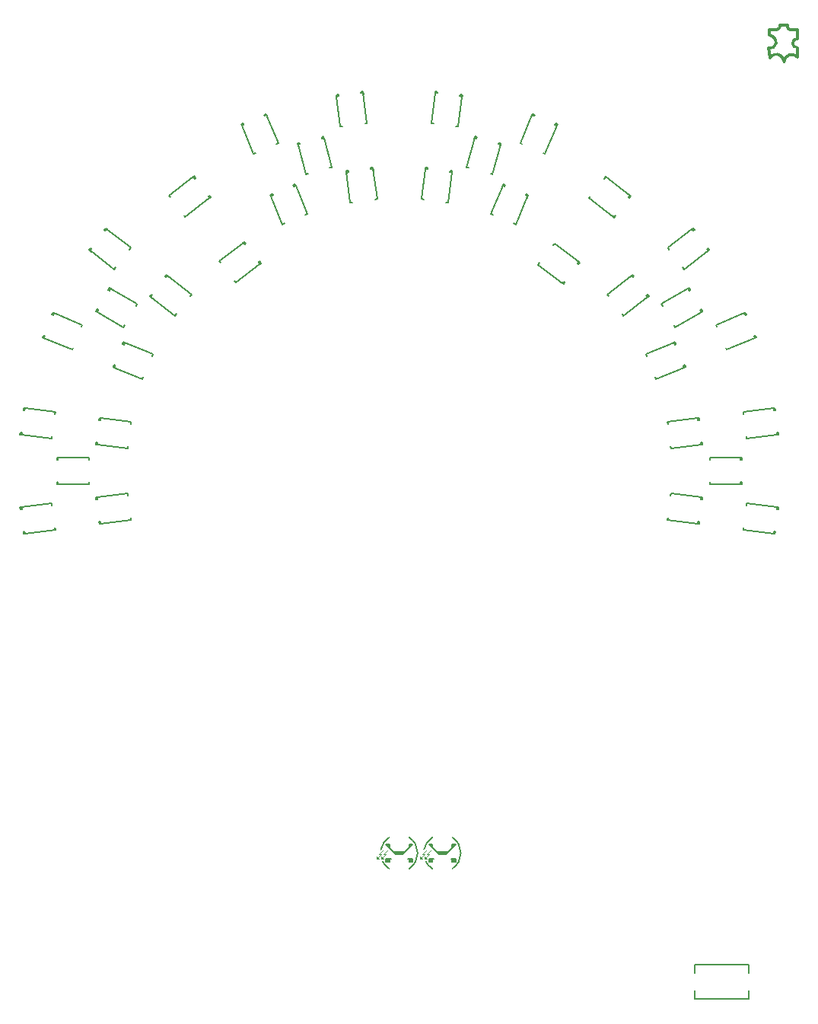
<source format=gbr>
*
*
G04 PADS VX.2.4 Build Number: 11695987 generated Gerber (RS-274-X) file*
G04 PC Version=2.1*
*
%IN "Hdd_Clock.pcb"*%
*
%MOIN*%
*
%FSLAX35Y35*%
*
*
*
*
G04 PC Standard Apertures*
*
*
G04 Thermal Relief Aperture macro.*
%AMTER*
1,1,$1,0,0*
1,0,$1-$2,0,0*
21,0,$3,$4,0,0,45*
21,0,$3,$4,0,0,135*
%
*
*
G04 Annular Aperture macro.*
%AMANN*
1,1,$1,0,0*
1,0,$2,0,0*
%
*
*
G04 Odd Aperture macro.*
%AMODD*
1,1,$1,0,0*
1,0,$1-0.005,0,0*
%
*
*
G04 PC Custom Aperture Macros*
*
*
*
*
*
*
G04 PC Aperture Table*
*
%ADD010C,0.001*%
%ADD021C,0.00591*%
%ADD025C,0.00787*%
%ADD028C,0.01181*%
%ADD092C,0.008*%
%ADD093C,0.004*%
*
*
*
*
G04 PC Circuitry*
G04 Layer Name Hdd_Clock.pcb - circuitry*
%LPD*%
*
*
G04 PC Custom Flashes*
G04 Layer Name Hdd_Clock.pcb - flashes*
%LPD*%
*
*
G04 PC Circuitry*
G04 Layer Name Hdd_Clock.pcb - circuitry*
%LPD*%
*
G54D10*
G54D21*
G01X616931Y177828D02*
G75*
G03Y191463I-4343J6818D01*
G01X605317Y180901D02*
G03X608297Y177772I6671J3370D01*
G01X608270Y191537D02*
G03X604528Y186222I3974J-6773D01*
G01X598034Y177828D02*
G03Y191463I-4344J6818D01*
G01X586420Y180901D02*
G03X589399Y177772I6670J3370D01*
G01X589373Y191537D02*
G03X585630Y186222I3973J-6773D01*
G01X428990Y336240D02*
X427624Y336061D01*
X427753Y335085*
X428338Y335162*
X428210Y336138*
X441481Y337885*
X441609Y336909*
X430532Y324530D02*
X429166Y324351D01*
X429037Y325326*
X429623Y325404*
X429751Y324428*
X443023Y326175*
X442894Y327151*
X492661Y436943D02*
X491567Y437782D01*
X490968Y437001*
X491437Y436642*
X492036Y437422*
X502656Y429274*
X502056Y428493*
X485471Y427573D02*
X484377Y428412D01*
X484977Y429192*
X485445Y428833*
X484846Y428052*
X495466Y419903*
X496065Y420684*
X548685Y476079D02*
X548157Y477352D01*
X547248Y476975*
X547474Y476430*
X548383Y476806*
X553506Y464439*
X552597Y464063*
X537773Y471559D02*
X537245Y472832D01*
X538155Y473209*
X538381Y472663*
X537471Y472286*
X542594Y459919*
X543503Y460296*
X582341Y483501D02*
X582161Y484867D01*
X581185Y484738*
X581262Y484153*
X582238Y484281*
X583985Y471010*
X583009Y470882*
X570631Y481959D02*
X570451Y483325D01*
X571427Y483454*
X571504Y482868*
X570528Y482740*
X572275Y469468*
X573251Y469597*
X535878Y506996D02*
X535351Y508269D01*
X534442Y507892*
X534668Y507347*
X535577Y507723*
X540700Y495357*
X540700D02*
X539790Y494980D01*
X524966Y502476D02*
X524439Y503749D01*
X525348Y504126*
X525574Y503580*
X524665Y503204*
X529788Y490837*
X530697Y491213*
X577973Y516679D02*
X577793Y518045D01*
X576817Y517917*
X576894Y517331*
X577870Y517460*
X579617Y504188*
X578641Y504060*
X566263Y515137D02*
X566083Y516504D01*
X567059Y516632*
X567136Y516047*
X566160Y515918*
X567907Y502647*
X568883Y502775*
X560939Y497055D02*
X560582Y498386D01*
X559632Y498131*
X559632D02*
X559784Y497561D01*
X560735Y497815*
X564200Y484886*
X563249Y484631*
X549530Y493998D02*
X549174Y495329D01*
X550124Y495584*
X550277Y495013*
X549326Y494758*
X552791Y481829*
X553742Y482084*
X616771Y481959D02*
X616951Y483325D01*
X615975Y483454*
X615898Y482868*
X616874Y482740*
X615126Y469468*
X614151Y469597*
X605061Y483501D02*
X605241Y484867D01*
X606217Y484738*
X606139Y484153*
X605164Y484281*
X603416Y471010*
X604392Y470882*
X649629Y471559D02*
X650156Y472832D01*
X649247Y473209*
X649021Y472663*
X649930Y472286*
X644808Y459919*
X643898Y460296*
X638717Y476079D02*
X639244Y477352D01*
X640153Y476975*
X639927Y476430*
X639018Y476806*
X633896Y464439*
X634805Y464063*
X621139Y515137D02*
X621319Y516504D01*
X620343Y516632*
X620266Y516047*
X621242Y515918*
X619494Y502647*
X618519Y502775*
X609429Y516679D02*
X609609Y518045D01*
X610585Y517917*
X610507Y517331*
X609532Y517460*
X607784Y504188*
X608760Y504060*
X662435Y502476D02*
X662962Y503749D01*
X662053Y504126*
X661827Y503580*
X662736Y503204*
X657614Y490837*
X656705Y491213*
X651523Y506996D02*
X652050Y508269D01*
X652960Y507892*
X652734Y507347*
X651824Y507723*
X646702Y495357*
X646702D02*
X647611Y494980D01*
X430532Y379407D02*
X429166Y379586D01*
X429037Y378611*
X429623Y378534*
X429751Y379509*
X443023Y377762*
X442894Y376786*
X428990Y367697D02*
X427624Y367876D01*
X427753Y368852*
X428338Y368775*
X428210Y367799*
X441481Y366052*
X441609Y367028*
X637871Y493998D02*
X638228Y495329D01*
X637277Y495584*
X637124Y495013*
X638075Y494758*
X634611Y481829*
X633660Y482084*
X626463Y497055D02*
X626819Y498386D01*
X627770Y498131*
X627617Y497561*
X626667Y497815*
X623202Y484886*
X624153Y484631*
X701931Y427573D02*
X703024Y428412D01*
X702425Y429192*
X701957Y428833*
X702556Y428052*
X691936Y419903*
X691337Y420684*
X694741Y436943D02*
X695834Y437782D01*
X696433Y437001*
X695965Y436642*
X695366Y437422*
X684746Y429274*
X685345Y428493*
X717811Y396985D02*
X719084Y397512D01*
X718707Y398421*
X718162Y398195*
X718538Y397286*
X706172Y392163*
X705795Y393073*
X713291Y407897D02*
X714564Y408424D01*
X714941Y407515*
X714941D02*
X714395Y407289D01*
X714019Y408198*
X701652Y403075*
X702028Y402166*
X725364Y421165D02*
X726557Y421854D01*
X726065Y422707*
X725554Y422411*
X726046Y421559*
X714453Y414866*
X713961Y415718*
X719458Y431394D02*
X720652Y432083D01*
X721144Y431230*
X720633Y430935*
X720140Y431788*
X708548Y425095*
X709040Y424242*
X728480Y447945D02*
X729573Y448784D01*
X728974Y449564*
X728506Y449205*
X729105Y448424*
X718485Y440275*
X717886Y441056*
X721290Y457315D02*
X722383Y458154D01*
X722983Y457373*
X722514Y457013*
X721915Y457794*
X711295Y449646*
X711894Y448865*
X748728Y409791D02*
X750001Y410318D01*
X749625Y411228*
X749079Y411002*
X749456Y410092*
X737089Y404970*
X736712Y405879*
X744208Y420703D02*
X745481Y421230D01*
X745858Y420321*
X745312Y420095*
X744936Y421004*
X732569Y415882*
X732946Y414972*
X725233Y363329D02*
X726599Y363508D01*
X726471Y364484*
X725885Y364407*
X726014Y363431*
X712742Y361684*
X712614Y362660*
X723691Y375039D02*
X725058Y375218D01*
X725186Y374243*
X724601Y374166*
X724472Y375141*
X711201Y373394*
X711329Y372418*
X723691Y328898D02*
X725058Y328719D01*
X725186Y329694*
X724601Y329771*
X724472Y328796*
X711201Y330543*
X711329Y331519*
X725233Y340608D02*
X726599Y340429D01*
X726471Y339453*
X725885Y339530*
X726014Y340506*
X712742Y342253*
X712614Y341277*
X742323Y346063D02*
X743701D01*
Y347047*
X743110*
Y346063*
X729724*
Y347047*
X742323Y357874D02*
X743701D01*
Y356890*
X743110*
Y357874*
X729724*
Y356890*
X758411Y367697D02*
X759777Y367876D01*
X759649Y368852*
X759064Y368775*
X759192Y367799*
X745921Y366052*
X745792Y367028*
X756870Y379407D02*
X758236Y379586D01*
X758364Y378611*
X757779Y378534*
X757650Y379509*
X744379Y377762*
X744508Y376786*
X462169Y340608D02*
X460802Y340429D01*
X460931Y339453*
X461516Y339530*
X461388Y340506*
X474659Y342253*
X474788Y341277*
X463710Y328898D02*
X462344Y328719D01*
X462216Y329694*
X462801Y329772*
X462930Y328796*
X476201Y330543*
X476072Y331519*
X756870Y324530D02*
X758236Y324351D01*
X758364Y325326*
X757779Y325404*
X757650Y324428*
X744379Y326175*
X744508Y327151*
X758411Y336240D02*
X759777Y336061D01*
X759649Y335085*
X759064Y335162*
X759192Y336138*
X745921Y337885*
X745792Y336909*
X531997Y442083D02*
X533091Y442922D01*
X532491Y443702*
X532023Y443343*
X532622Y442562*
X522002Y434413*
X521403Y435194*
X524807Y451453D02*
X525901Y452292D01*
X525901D02*
X526500Y451511D01*
X526031Y451152*
X525432Y451932*
X514812Y443784*
X515411Y443003*
X509948Y470818D02*
X511041Y471657D01*
X510442Y472438*
X509973Y472079*
X510572Y471298*
X499953Y463149*
X499354Y463930*
X502758Y480189D02*
X503851Y481028D01*
X504450Y480247*
X503982Y479887*
X503382Y480668*
X492763Y472519*
X493362Y471738*
X664535Y434580D02*
X665628Y433742D01*
X666227Y434522*
X665759Y434882*
X665160Y434101*
X654540Y442250*
X655139Y443031*
X671725Y443951D02*
X672818Y443112D01*
X672219Y442331*
X671750Y442690*
X672350Y443471*
X661730Y451620*
X661131Y450839*
X686824Y463628D02*
X687917Y462789D01*
X688516Y463570*
X688048Y463930*
X687449Y463149*
X676829Y471298*
X677428Y472079*
X694014Y472999D02*
X695107Y472160D01*
X694508Y471379*
X694040Y471738*
X694639Y472519*
X684019Y480668*
X683420Y479887*
X445079Y357874D02*
X443701D01*
Y356890*
X444291*
Y357874*
X457677*
Y356890*
X445079Y346063D02*
X443701D01*
Y347047*
X444291*
Y346063*
X457677*
Y347047*
X463710Y375039D02*
X462344Y375218D01*
X462216Y374243*
X462801Y374166*
X462930Y375141*
X476201Y373394*
X476072Y372418*
X462169Y363329D02*
X460802Y363508D01*
X460931Y364484*
X461516Y364407*
X461388Y363431*
X474659Y361684*
X474788Y362660*
X443193Y420703D02*
X441920Y421230D01*
X441544Y420321*
X442089Y420095*
X442466Y421004*
X454833Y415882*
X454456Y414972*
X438673Y409791D02*
X437400Y410318D01*
X437777Y411228*
X438323Y411002*
X437946Y410092*
X450313Y404970*
X450689Y405879*
X466111Y457315D02*
X465018Y458154D01*
X464419Y457373*
X464888Y457013*
X465487Y457794*
X476106Y449646*
X475507Y448865*
X458921Y447945D02*
X457828Y448784D01*
X458427Y449564*
X458896Y449205*
X458297Y448424*
X468916Y440275*
X469516Y441056*
X467943Y431394D02*
X466750Y432083D01*
X466258Y431230*
X466769Y430935*
X467261Y431788*
X478854Y425095*
X478362Y424242*
X462038Y421165D02*
X460844Y421854D01*
X461336Y422707*
X461848Y422411*
X461356Y421559*
X472948Y414866*
X473440Y415718*
X474110Y407897D02*
X472837Y408424D01*
X472461Y407515*
X472461D02*
X473006Y407289D01*
X473383Y408198*
X485750Y403075*
X485373Y402166*
X469591Y396985D02*
X468318Y397512D01*
X468694Y398421*
X469240Y398195*
X468863Y397286*
X481230Y392163*
X481607Y393073*
G54D25*
X746850Y132283D02*
Y135827D01*
X723228*
Y132283*
Y124409D02*
Y120866D01*
X746850*
Y124409*
G54D28*
X768110Y541240D02*
Y545023D01*
X764881*
X763696Y546995D02*
G03X764881Y545023I1692J-326D01*
G01X763696Y546995D02*
X760610D01*
X758855Y545023D02*
G03X760610Y546996I-330J2061D01*
G01X758855Y545023D02*
X755835D01*
X755783Y542716*
X758699Y539092D02*
G03X755784Y542716I-3214J400D01*
G01X755610Y537012D02*
G03X758698Y539091I443J2675D01*
G01X755610Y537012D02*
X756137Y532808D01*
X760576Y533837D02*
G03X756137Y532808I-1732J-2617D01*
G01X762250Y531055D02*
G03X760576Y533837I-3997J-512D01*
G01X768109Y533193D02*
G03X762251Y531049I-2470J-2327D01*
G01X768110Y533193D02*
Y537145D01*
Y541240D02*
G03Y537145I-43J-2047D01*
G54D92*
G01X608268Y187106D02*
Y188583D01*
X606693*
X611122Y184153*
X614075Y184154*
X618504Y188583*
X616929*
Y187106*
X606693Y182093D02*
Y180709D01*
X608268*
Y182087*
X608071Y181693*
X606988*
X606693Y182087*
X608858*
X618504Y182093D02*
Y180709D01*
X616929*
Y182087*
X616437*
X618504Y182093*
X610335Y185039D02*
X614764D01*
X614098Y184646*
X611098*
X611599Y184146*
X613598*
X607382Y188091D02*
X607973D01*
X606890Y181201D02*
X608071D01*
X617224Y181594D02*
X618012D01*
X618307Y181102*
X617224*
X607283Y181201D02*
X608169D01*
X617382Y188091D02*
X617973D01*
X589370Y187106D02*
Y188583D01*
X587795*
X592224Y184153*
X595177Y184154*
X599606Y188583*
X598032*
Y187106*
X587795Y182093D02*
Y180709D01*
X589370*
Y182087*
X589173Y181693*
X588091*
X587795Y182087*
X589961*
X599606Y182093D02*
Y180709D01*
X598032*
Y182087*
X597539*
X599606Y182093*
X591437Y185039D02*
X595866D01*
X595201Y184646*
X592201*
X592701Y184146*
X594701*
X588484Y188091D02*
X589075D01*
X587992Y181201D02*
X589173D01*
X598327Y181594D02*
X599114D01*
X599409Y181102*
X598327*
X588386Y181201D02*
X589272D01*
X598484Y188091D02*
X599075D01*
G54D93*
X602780Y182039D02*
X604779Y184039D01*
X603780*
X605780Y186039*
X607779D02*
X605780Y184039D01*
X606780*
X604780Y182039*
Y183039D02*
X605780Y182039D01*
X604780*
Y183039*
X602780D02*
X603780Y182039D01*
X602780*
Y183039*
X583882Y182039D02*
X585882Y184039D01*
X584882*
X586882Y186039*
X588882D02*
X586882Y184039D01*
X587882*
X585882Y182039*
Y183039D02*
X586882Y182039D01*
X585882*
Y183039*
X583882D02*
X584882Y182039D01*
X583882*
Y183039*
G74*
X0Y0D02*
M02*

</source>
